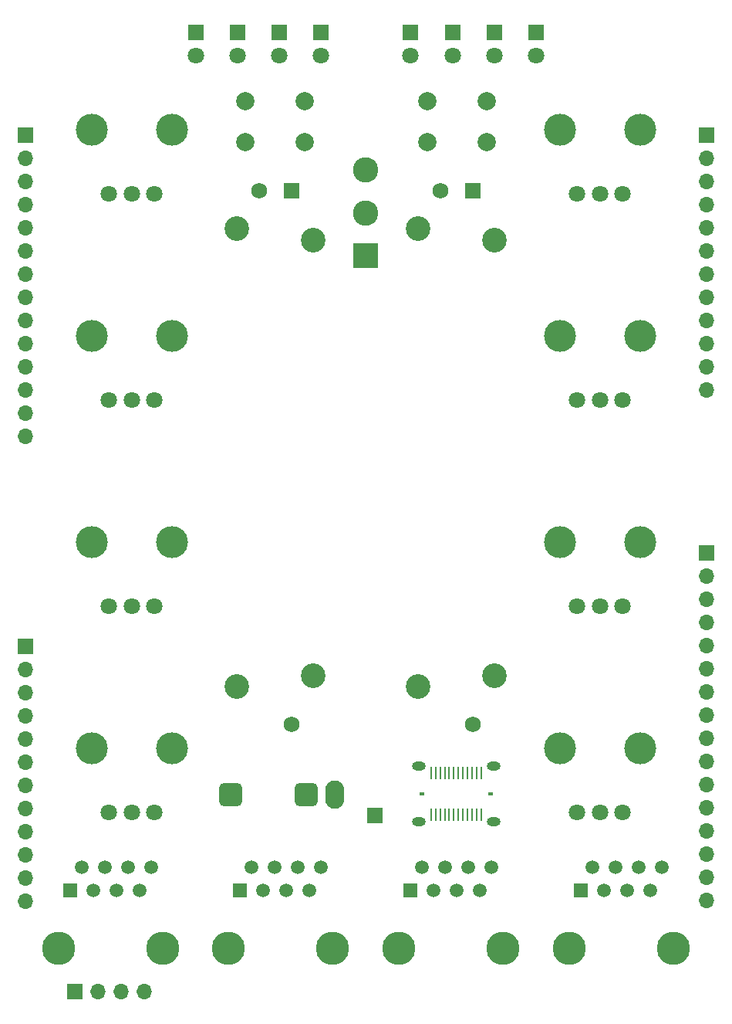
<source format=gbr>
%TF.GenerationSoftware,KiCad,Pcbnew,(6.0.11)*%
%TF.CreationDate,2023-07-06T15:41:22+01:00*%
%TF.ProjectId,Quango_Controls,5175616e-676f-45f4-936f-6e74726f6c73,rev?*%
%TF.SameCoordinates,Original*%
%TF.FileFunction,Soldermask,Top*%
%TF.FilePolarity,Negative*%
%FSLAX46Y46*%
G04 Gerber Fmt 4.6, Leading zero omitted, Abs format (unit mm)*
G04 Created by KiCad (PCBNEW (6.0.11)) date 2023-07-06 15:41:22*
%MOMM*%
%LPD*%
G01*
G04 APERTURE LIST*
G04 Aperture macros list*
%AMRoundRect*
0 Rectangle with rounded corners*
0 $1 Rounding radius*
0 $2 $3 $4 $5 $6 $7 $8 $9 X,Y pos of 4 corners*
0 Add a 4 corners polygon primitive as box body*
4,1,4,$2,$3,$4,$5,$6,$7,$8,$9,$2,$3,0*
0 Add four circle primitives for the rounded corners*
1,1,$1+$1,$2,$3*
1,1,$1+$1,$4,$5*
1,1,$1+$1,$6,$7*
1,1,$1+$1,$8,$9*
0 Add four rect primitives between the rounded corners*
20,1,$1+$1,$2,$3,$4,$5,0*
20,1,$1+$1,$4,$5,$6,$7,0*
20,1,$1+$1,$6,$7,$8,$9,0*
20,1,$1+$1,$8,$9,$2,$3,0*%
G04 Aperture macros list end*
%ADD10R,1.700000X1.700000*%
%ADD11O,1.700000X1.700000*%
%ADD12R,1.800000X1.800000*%
%ADD13C,1.800000*%
%ADD14RoundRect,0.650000X0.650000X-0.650000X0.650000X0.650000X-0.650000X0.650000X-0.650000X-0.650000X0*%
%ADD15O,2.100000X3.100000*%
%ADD16C,3.500000*%
%ADD17C,3.650000*%
%ADD18R,1.500000X1.500000*%
%ADD19C,1.500000*%
%ADD20R,2.775000X2.775000*%
%ADD21C,2.775000*%
%ADD22C,2.000000*%
%ADD23R,1.750000X1.750000*%
%ADD24C,1.750000*%
%ADD25C,2.700000*%
%ADD26O,0.600000X0.400000*%
%ADD27R,0.270000X1.400000*%
%ADD28O,1.500000X1.000000*%
G04 APERTURE END LIST*
D10*
%TO.C,J11*%
X58590000Y-145900000D03*
D11*
X61130000Y-145900000D03*
X63670000Y-145900000D03*
X66210000Y-145900000D03*
%TD*%
D12*
%TO.C,A3*%
X81000000Y-40730000D03*
D13*
X81000000Y-43270000D03*
%TD*%
D14*
%TO.C,J9*%
X83980000Y-124300000D03*
D15*
X87080000Y-124300000D03*
D14*
X75680000Y-124300000D03*
%TD*%
D16*
%TO.C,Env1*%
X69200000Y-51400000D03*
X60400000Y-51400000D03*
D13*
X67300000Y-58400000D03*
X64800000Y-58400000D03*
X62300000Y-58400000D03*
%TD*%
D17*
%TO.C,J5*%
X56730000Y-141100000D03*
X68160000Y-141100000D03*
D18*
X58000000Y-134750000D03*
D19*
X59270000Y-132210000D03*
X60540000Y-134750000D03*
X61810000Y-132210000D03*
X63080000Y-134750000D03*
X64350000Y-132210000D03*
X65620000Y-134750000D03*
X66890000Y-132210000D03*
%TD*%
D12*
%TO.C,B1*%
X95400000Y-40730000D03*
D13*
X95400000Y-43270000D03*
%TD*%
D16*
%TO.C,Env2*%
X69200000Y-74000000D03*
X60400000Y-74000000D03*
D13*
X67300000Y-81000000D03*
X64800000Y-81000000D03*
X62300000Y-81000000D03*
%TD*%
D17*
%TO.C,J7*%
X86860000Y-141100000D03*
X75430000Y-141100000D03*
D18*
X76700000Y-134750000D03*
D19*
X77970000Y-132210000D03*
X79240000Y-134750000D03*
X80510000Y-132210000D03*
X81780000Y-134750000D03*
X83050000Y-132210000D03*
X84320000Y-134750000D03*
X85590000Y-132210000D03*
%TD*%
D20*
%TO.C,SW3*%
X90500000Y-65200000D03*
D21*
X90500000Y-60500000D03*
X90500000Y-55800000D03*
%TD*%
D12*
%TO.C,A4*%
X85600000Y-40730000D03*
D13*
X85600000Y-43270000D03*
%TD*%
D22*
%TO.C,SW1*%
X77250000Y-48250000D03*
X83750000Y-48250000D03*
X83750000Y-52750000D03*
X77250000Y-52750000D03*
%TD*%
D16*
%TO.C,Env3*%
X69200000Y-96600000D03*
X60400000Y-96600000D03*
D13*
X67300000Y-103600000D03*
X64800000Y-103600000D03*
X62300000Y-103600000D03*
%TD*%
D16*
%TO.C,Env5*%
X120600000Y-51400000D03*
X111800000Y-51400000D03*
D13*
X118700000Y-58400000D03*
X116200000Y-58400000D03*
X113700000Y-58400000D03*
%TD*%
D23*
%TO.C,Level1*%
X82300000Y-58100000D03*
D24*
X78800000Y-58100000D03*
X82300000Y-116600000D03*
D25*
X76350000Y-112450000D03*
X84750000Y-111250000D03*
X84750000Y-63450000D03*
X76350000Y-62250000D03*
%TD*%
D10*
%TO.C,J3*%
X53100000Y-52000000D03*
D11*
X53100000Y-54540000D03*
X53100000Y-57080000D03*
X53100000Y-59620000D03*
X53100000Y-62160000D03*
X53100000Y-64700000D03*
X53100000Y-67240000D03*
X53100000Y-69780000D03*
X53100000Y-72320000D03*
X53100000Y-74860000D03*
X53100000Y-77400000D03*
X53100000Y-79940000D03*
X53100000Y-82480000D03*
X53100000Y-85020000D03*
%TD*%
D12*
%TO.C,B4*%
X109200000Y-40730000D03*
D13*
X109200000Y-43270000D03*
%TD*%
D12*
%TO.C,A1*%
X71800000Y-40730000D03*
D13*
X71800000Y-43270000D03*
%TD*%
D23*
%TO.C,Level2*%
X102200000Y-58100000D03*
D24*
X98700000Y-58100000D03*
X102200000Y-116600000D03*
D25*
X96250000Y-62250000D03*
X104650000Y-63450000D03*
X104650000Y-111250000D03*
X96250000Y-112450000D03*
%TD*%
D12*
%TO.C,B2*%
X100000000Y-40730000D03*
D13*
X100000000Y-43270000D03*
%TD*%
D12*
%TO.C,A2*%
X76400000Y-40730000D03*
D13*
X76400000Y-43270000D03*
%TD*%
D16*
%TO.C,Env4*%
X60400000Y-119200000D03*
X69200000Y-119200000D03*
D13*
X67300000Y-126200000D03*
X64800000Y-126200000D03*
X62300000Y-126200000D03*
%TD*%
D17*
%TO.C,J6*%
X112830000Y-141100000D03*
X124260000Y-141100000D03*
D18*
X114100000Y-134750000D03*
D19*
X115370000Y-132210000D03*
X116640000Y-134750000D03*
X117910000Y-132210000D03*
X119180000Y-134750000D03*
X120450000Y-132210000D03*
X121720000Y-134750000D03*
X122990000Y-132210000D03*
%TD*%
D10*
%TO.C,TP1*%
X91500000Y-126600000D03*
%TD*%
D22*
%TO.C,SW2*%
X97250000Y-48250000D03*
X103750000Y-48250000D03*
X103750000Y-52750000D03*
X97250000Y-52750000D03*
%TD*%
D12*
%TO.C,B3*%
X104600000Y-40730000D03*
D13*
X104600000Y-43270000D03*
%TD*%
D16*
%TO.C,Env8*%
X120600000Y-119200000D03*
X111800000Y-119200000D03*
D13*
X118700000Y-126200000D03*
X116200000Y-126200000D03*
X113700000Y-126200000D03*
%TD*%
D17*
%TO.C,J10*%
X105560000Y-141100000D03*
X94130000Y-141100000D03*
D18*
X95400000Y-134750000D03*
D19*
X96670000Y-132210000D03*
X97940000Y-134750000D03*
X99210000Y-132210000D03*
X100480000Y-134750000D03*
X101750000Y-132210000D03*
X103020000Y-134750000D03*
X104290000Y-132210000D03*
%TD*%
D26*
%TO.C,J8*%
X96625000Y-124200000D03*
X104175000Y-124200000D03*
D27*
X97650000Y-121900000D03*
X98150000Y-121900000D03*
X98650000Y-121900000D03*
X99150000Y-121900000D03*
X99650000Y-121900000D03*
X100150000Y-121900000D03*
X100650000Y-121900000D03*
X101150000Y-121900000D03*
X101650000Y-121900000D03*
X102150000Y-121900000D03*
X102650000Y-121900000D03*
X103150000Y-121900000D03*
X103150000Y-126500000D03*
X102650000Y-126500000D03*
X102150000Y-126500000D03*
X101650000Y-126500000D03*
X101150000Y-126500000D03*
X100650000Y-126500000D03*
X100150000Y-126500000D03*
X99650000Y-126500000D03*
X99150000Y-126500000D03*
X98650000Y-126500000D03*
X98150000Y-126500000D03*
X97650000Y-126500000D03*
D28*
X96300000Y-127270000D03*
X104500000Y-127270000D03*
X96300000Y-121130000D03*
X104500000Y-121130000D03*
%TD*%
D16*
%TO.C,Env7*%
X111800000Y-96600000D03*
X120600000Y-96600000D03*
D13*
X118700000Y-103600000D03*
X116200000Y-103600000D03*
X113700000Y-103600000D03*
%TD*%
D16*
%TO.C,Env6*%
X111800000Y-74000000D03*
X120600000Y-74000000D03*
D13*
X118700000Y-81000000D03*
X116200000Y-81000000D03*
X113700000Y-81000000D03*
%TD*%
D10*
%TO.C,J2*%
X127900000Y-97800000D03*
D11*
X127900000Y-100340000D03*
X127900000Y-102880000D03*
X127900000Y-105420000D03*
X127900000Y-107960000D03*
X127900000Y-110500000D03*
X127900000Y-113040000D03*
X127900000Y-115580000D03*
X127900000Y-118120000D03*
X127900000Y-120660000D03*
X127900000Y-123200000D03*
X127900000Y-125740000D03*
X127900000Y-128280000D03*
X127900000Y-130820000D03*
X127900000Y-133360000D03*
X127900000Y-135900000D03*
%TD*%
D10*
%TO.C,J4*%
X53100000Y-108000000D03*
D11*
X53100000Y-110540000D03*
X53100000Y-113080000D03*
X53100000Y-115620000D03*
X53100000Y-118160000D03*
X53100000Y-120700000D03*
X53100000Y-123240000D03*
X53100000Y-125780000D03*
X53100000Y-128320000D03*
X53100000Y-130860000D03*
X53100000Y-133400000D03*
X53100000Y-135940000D03*
%TD*%
D10*
%TO.C,J1*%
X127900000Y-52000000D03*
D11*
X127900000Y-54540000D03*
X127900000Y-57080000D03*
X127900000Y-59620000D03*
X127900000Y-62160000D03*
X127900000Y-64700000D03*
X127900000Y-67240000D03*
X127900000Y-69780000D03*
X127900000Y-72320000D03*
X127900000Y-74860000D03*
X127900000Y-77400000D03*
X127900000Y-79940000D03*
%TD*%
M02*

</source>
